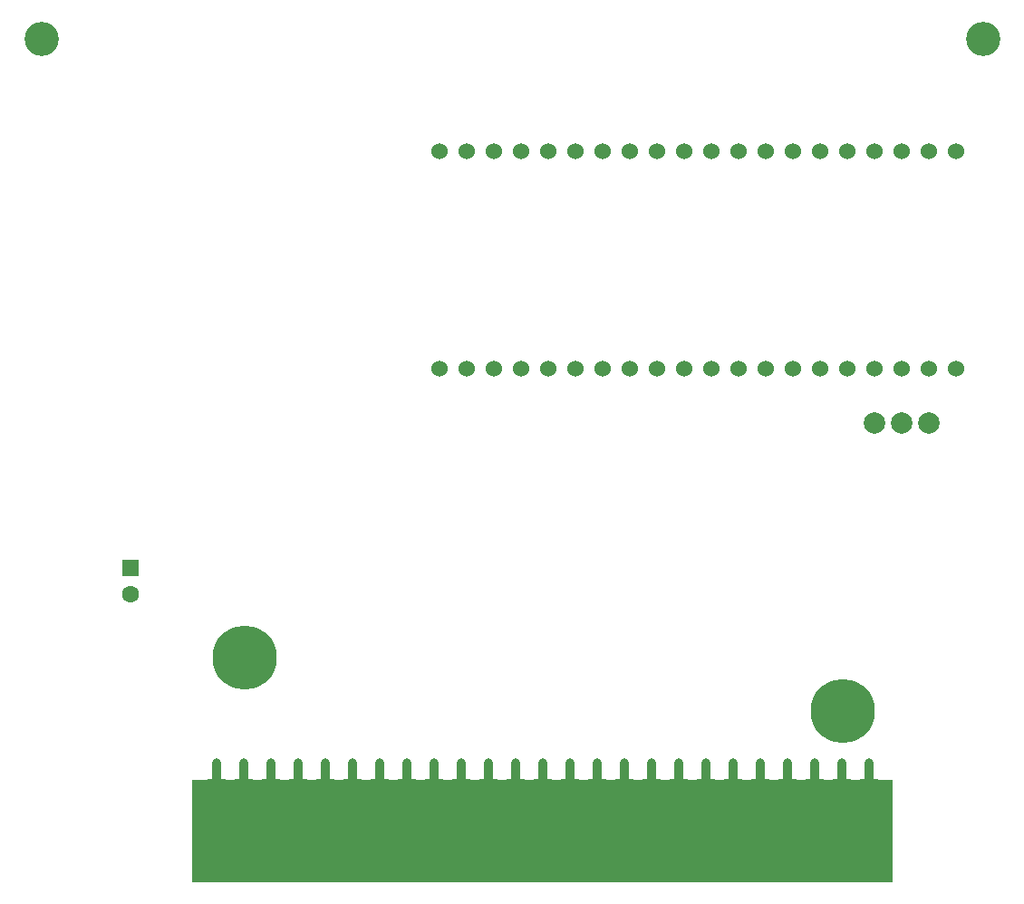
<source format=gbs>
G04 #@! TF.GenerationSoftware,KiCad,Pcbnew,9.0.2*
G04 #@! TF.CreationDate,2025-06-08T15:26:52+09:00*
G04 #@! TF.ProjectId,vdp_cartridge,7664705f-6361-4727-9472-696467652e6b,rev?*
G04 #@! TF.SameCoordinates,Original*
G04 #@! TF.FileFunction,Soldermask,Bot*
G04 #@! TF.FilePolarity,Negative*
%FSLAX46Y46*%
G04 Gerber Fmt 4.6, Leading zero omitted, Abs format (unit mm)*
G04 Created by KiCad (PCBNEW 9.0.2) date 2025-06-08 15:26:52*
%MOMM*%
%LPD*%
G01*
G04 APERTURE LIST*
G04 Aperture macros list*
%AMRoundRect*
0 Rectangle with rounded corners*
0 $1 Rounding radius*
0 $2 $3 $4 $5 $6 $7 $8 $9 X,Y pos of 4 corners*
0 Add a 4 corners polygon primitive as box body*
4,1,4,$2,$3,$4,$5,$6,$7,$8,$9,$2,$3,0*
0 Add four circle primitives for the rounded corners*
1,1,$1+$1,$2,$3*
1,1,$1+$1,$4,$5*
1,1,$1+$1,$6,$7*
1,1,$1+$1,$8,$9*
0 Add four rect primitives between the rounded corners*
20,1,$1+$1,$2,$3,$4,$5,0*
20,1,$1+$1,$4,$5,$6,$7,0*
20,1,$1+$1,$6,$7,$8,$9,0*
20,1,$1+$1,$8,$9,$2,$3,0*%
%AMFreePoly0*
4,1,21,0.153073,0.369552,0.243505,0.317341,0.317341,0.243505,0.369552,0.153073,0.396578,0.052210,0.400000,0.000000,0.400000,-1.500000,0.850000,-1.500000,0.850000,-10.500000,-0.850000,-10.500000,-0.850000,-1.500000,-0.400000,-1.500000,-0.400000,0.000000,-0.396578,0.052210,-0.369552,0.153073,-0.317341,0.243505,-0.243505,0.317341,-0.153073,0.369552,-0.052210,0.396578,0.052210,0.396578,
0.153073,0.369552,0.153073,0.369552,$1*%
G04 Aperture macros list end*
%ADD10RoundRect,0.250000X-0.550000X0.550000X-0.550000X-0.550000X0.550000X-0.550000X0.550000X0.550000X0*%
%ADD11C,1.600000*%
%ADD12C,1.524000*%
%ADD13C,3.200000*%
%ADD14C,2.000000*%
%ADD15C,6.000000*%
%ADD16FreePoly0,0.000000*%
G04 APERTURE END LIST*
G36*
X139359000Y-156257000D02*
G01*
X73954000Y-156257000D01*
X73954000Y-165858200D01*
X139359000Y-165858200D01*
X139359000Y-156257000D01*
G37*
D10*
X68150000Y-136450000D03*
D11*
X68150000Y-138950000D03*
D12*
X97040000Y-117850000D03*
X99580000Y-117850000D03*
X102120000Y-117850000D03*
X104660000Y-117850000D03*
X107200000Y-117850000D03*
X109740000Y-117850000D03*
X112280000Y-117850000D03*
X114820000Y-117850000D03*
X117360000Y-117850000D03*
X119900000Y-117850000D03*
X122440000Y-117850000D03*
X124980000Y-117850000D03*
X127520000Y-117850000D03*
X130060000Y-117850000D03*
X132600000Y-117850000D03*
X135140000Y-117850000D03*
X137680000Y-117850000D03*
X140220000Y-117850000D03*
X142760000Y-117850000D03*
X145300000Y-117850000D03*
X145300000Y-97530000D03*
X142760000Y-97530000D03*
X140220000Y-97530000D03*
X137680000Y-97530000D03*
X135140000Y-97530000D03*
X132600000Y-97530000D03*
X130060000Y-97530000D03*
X127520000Y-97530000D03*
X124980000Y-97530000D03*
X122440000Y-97530000D03*
X119900000Y-97530000D03*
X117360000Y-97530000D03*
X114820000Y-97530000D03*
X112280000Y-97530000D03*
X109740000Y-97530000D03*
X107200000Y-97530000D03*
X104660000Y-97530000D03*
X102120000Y-97530000D03*
X99580000Y-97530000D03*
X97040000Y-97530000D03*
D13*
X147805400Y-87050000D03*
X59848004Y-87005600D03*
D14*
X142740000Y-122950000D03*
X140200000Y-122950000D03*
X137660000Y-122950000D03*
D15*
X78805400Y-144874400D03*
X134685400Y-149827400D03*
D16*
X137200000Y-154700000D03*
X134660000Y-154700000D03*
X132120000Y-154700000D03*
X129580000Y-154700000D03*
X127040000Y-154700000D03*
X124500000Y-154700000D03*
X121960000Y-154700000D03*
X119420000Y-154700000D03*
X116880000Y-154700000D03*
X114340000Y-154700000D03*
X111800000Y-154700000D03*
X109260000Y-154700000D03*
X106720000Y-154700000D03*
X104180000Y-154700000D03*
X101640000Y-154700000D03*
X99100000Y-154700000D03*
X96560000Y-154700000D03*
X94020000Y-154700000D03*
X91480000Y-154700000D03*
X88940000Y-154700000D03*
X86400000Y-154700000D03*
X83860000Y-154700000D03*
X81320000Y-154700000D03*
X78780000Y-154700000D03*
X76240000Y-154700000D03*
M02*

</source>
